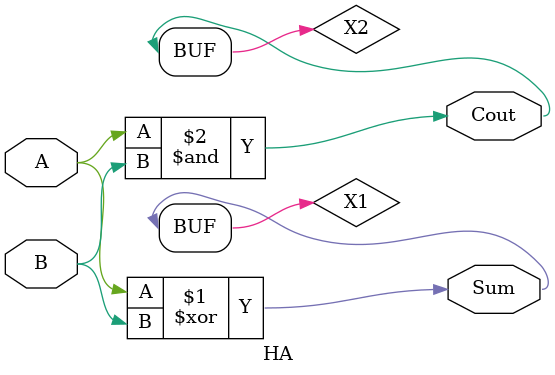
<source format=v>
module HA(A, B, Sum, Cout);
	
	input A;
	input B;
	output Sum;
	output Cout;
	
	wire X1, X2;
	xor (X1, A, B);
	and (X2, A, B);
	
	assign Sum = X1;
	assign Cout = X2;
	
endmodule

</source>
